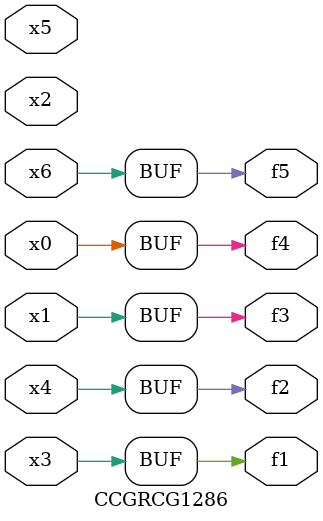
<source format=v>
module CCGRCG1286(
	input x0, x1, x2, x3, x4, x5, x6,
	output f1, f2, f3, f4, f5
);
	assign f1 = x3;
	assign f2 = x4;
	assign f3 = x1;
	assign f4 = x0;
	assign f5 = x6;
endmodule

</source>
